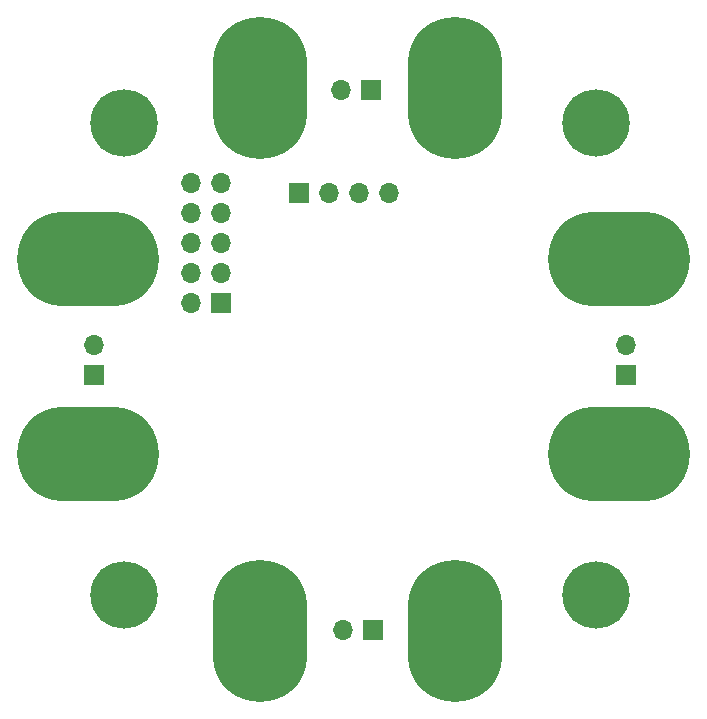
<source format=gbr>
%TF.GenerationSoftware,KiCad,Pcbnew,(5.1.8-0-10_14)*%
%TF.CreationDate,2021-02-24T01:50:54+08:00*%
%TF.ProjectId,batt_board,62617474-5f62-46f6-9172-642e6b696361,v0.2*%
%TF.SameCoordinates,Original*%
%TF.FileFunction,Soldermask,Bot*%
%TF.FilePolarity,Negative*%
%FSLAX46Y46*%
G04 Gerber Fmt 4.6, Leading zero omitted, Abs format (unit mm)*
G04 Created by KiCad (PCBNEW (5.1.8-0-10_14)) date 2021-02-24 01:50:54*
%MOMM*%
%LPD*%
G01*
G04 APERTURE LIST*
%ADD10O,1.700000X1.700000*%
%ADD11R,1.700000X1.700000*%
%ADD12O,8.000000X12.000000*%
%ADD13O,12.000000X8.000000*%
%ADD14C,5.700000*%
%ADD15C,3.600000*%
G04 APERTURE END LIST*
D10*
%TO.C,conn2upper1*%
X125730000Y-70104000D03*
X128270000Y-70104000D03*
X125730000Y-72644000D03*
X128270000Y-72644000D03*
X125730000Y-75184000D03*
X128270000Y-75184000D03*
X125730000Y-77724000D03*
X128270000Y-77724000D03*
X125730000Y-80264000D03*
D11*
X128270000Y-80264000D03*
%TD*%
D12*
%TO.C,ESC3*%
X148077200Y-108050800D03*
X131567200Y-108050800D03*
%TD*%
D13*
%TO.C,ESC4*%
X116949200Y-93077200D03*
X116949200Y-76567200D03*
%TD*%
%TO.C,ESC2*%
X161949200Y-93077200D03*
X161949200Y-76567200D03*
%TD*%
D12*
%TO.C,ESC1*%
X148077200Y-62050800D03*
X131567200Y-62050800D03*
%TD*%
D14*
%TO.C,H4*%
X160000000Y-65000000D03*
D15*
X160000000Y-65000000D03*
%TD*%
D14*
%TO.C,H2*%
X120000000Y-105000000D03*
D15*
X120000000Y-105000000D03*
%TD*%
D11*
%TO.C,Receiver1*%
X134874000Y-70993000D03*
D10*
X137414000Y-70993000D03*
X139954000Y-70993000D03*
X142494000Y-70993000D03*
%TD*%
D14*
%TO.C,H3*%
X160000000Y-105000000D03*
D15*
X160000000Y-105000000D03*
%TD*%
D14*
%TO.C,H1*%
X120000000Y-65000000D03*
D15*
X120000000Y-65000000D03*
%TD*%
D10*
%TO.C,CH4*%
X117475000Y-83820000D03*
D11*
X117475000Y-86360000D03*
%TD*%
D10*
%TO.C,CH3*%
X138532200Y-107950000D03*
D11*
X141072200Y-107950000D03*
%TD*%
D10*
%TO.C,CH2*%
X162560000Y-83820000D03*
D11*
X162560000Y-86360000D03*
%TD*%
D10*
%TO.C,CH1*%
X138430000Y-62230000D03*
D11*
X140970000Y-62230000D03*
%TD*%
M02*

</source>
